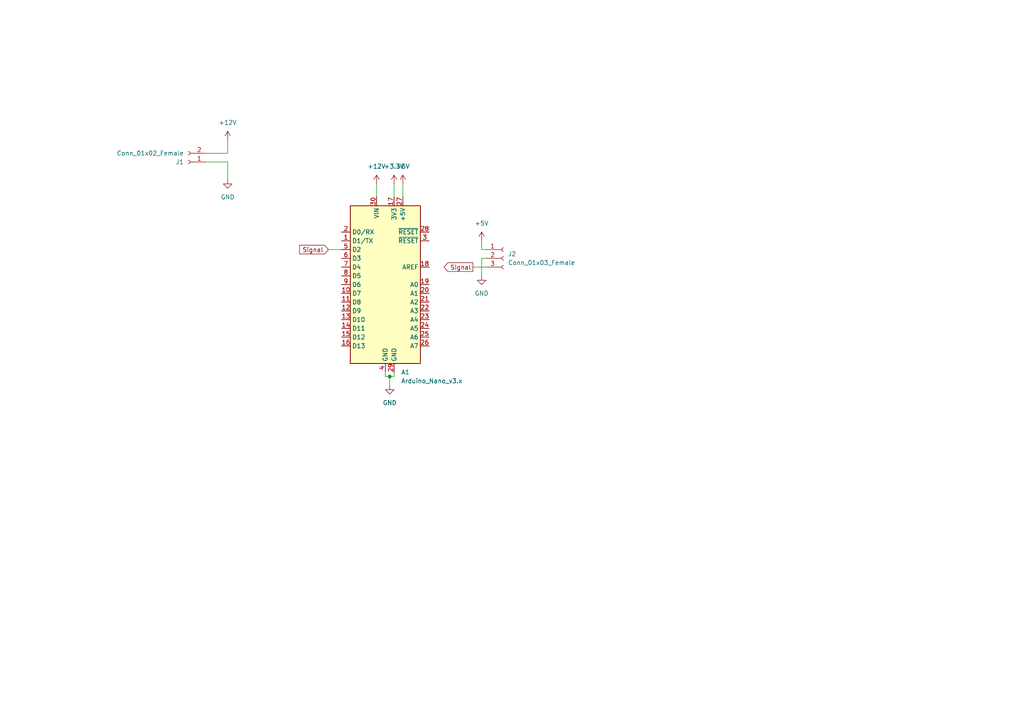
<source format=kicad_sch>
(kicad_sch (version 20211123) (generator eeschema)
  (paper "A4")
  (lib_symbols
    (symbol "Connector:Conn_01x02_Female" (pin_names (offset 1.016) hide)
      (property "Reference" "J" (at 0 2.54 0))
      (property "Value" "Conn_01x02_Female" (at 0 -5.08 0))
      (symbol "Conn_01x02_Female_1_1"
        (arc (start 0 -2.032) (mid -0.508 -2.54) (end 0 -3.048) (stroke (width 0.1524)))
        (polyline (pts (xy -1.27 -2.54) (xy -0.508 -2.54)) (stroke (width 0.1524)))
        (polyline (pts (xy -1.27 0) (xy -0.508 0)) (stroke (width 0.1524)))
        (arc (start 0 0.508) (mid -0.508 0) (end 0 -0.508) (stroke (width 0.1524)))
        (pin passive line (at -5.08 0 0) (length 3.81) (name "Pin_1") (number "1"))
        (pin passive line (at -5.08 -2.54 0) (length 3.81) (name "Pin_2") (number "2"))
      )
    )
    (symbol "Connector:Conn_01x03_Female" (pin_names (offset 1.016) hide)
      (property "Reference" "J" (at 0 5.08 0))
      (property "Value" "Conn_01x03_Female" (at 0 -5.08 0))
      (symbol "Conn_01x03_Female_1_1"
        (arc (start 0 -2.032) (mid -0.508 -2.54) (end 0 -3.048) (stroke (width 0.1524)))
        (polyline (pts (xy -1.27 -2.54) (xy -0.508 -2.54)) (stroke (width 0.1524)))
        (polyline (pts (xy -1.27 0) (xy -0.508 0)) (stroke (width 0.1524)))
        (polyline (pts (xy -1.27 2.54) (xy -0.508 2.54)) (stroke (width 0.1524)))
        (arc (start 0 0.508) (mid -0.508 0) (end 0 -0.508) (stroke (width 0.1524)))
        (arc (start 0 3.048) (mid -0.508 2.54) (end 0 2.032) (stroke (width 0.1524)))
        (pin passive line (at -5.08 2.54 0) (length 3.81) (name "Pin_1") (number "1"))
        (pin passive line (at -5.08 0 0) (length 3.81) (name "Pin_2") (number "2"))
        (pin passive line (at -5.08 -2.54 0) (length 3.81) (name "Pin_3") (number "3"))
      )
    )
    (symbol "MCU_Module:Arduino_Nano_v3.x"
      (property "Reference" "A" (at -10.16 23.495 0))
      (property "Value" "Arduino_Nano_v3.x" (at 5.08 -24.13 0))
      (symbol "Arduino_Nano_v3.x_0_1"
        (rectangle (start -10.16 22.86) (end 10.16 -22.86) (stroke (width 0.254)) (fill (type background)))
      )
      (symbol "Arduino_Nano_v3.x_1_1"
        (pin bidirectional line (at -12.7 12.7 0) (length 2.54) (name "D1/TX") (number "1"))
        (pin bidirectional line (at -12.7 -2.54 0) (length 2.54) (name "D7") (number "10"))
        (pin bidirectional line (at -12.7 -5.08 0) (length 2.54) (name "D8") (number "11"))
        (pin bidirectional line (at -12.7 -7.62 0) (length 2.54) (name "D9") (number "12"))
        (pin bidirectional line (at -12.7 -10.16 0) (length 2.54) (name "D10") (number "13"))
        (pin bidirectional line (at -12.7 -12.7 0) (length 2.54) (name "D11") (number "14"))
        (pin bidirectional line (at -12.7 -15.24 0) (length 2.54) (name "D12") (number "15"))
        (pin bidirectional line (at -12.7 -17.78 0) (length 2.54) (name "D13") (number "16"))
        (pin power_out line (at 2.54 25.4 270) (length 2.54) (name "3V3") (number "17"))
        (pin input line (at 12.7 5.08 180) (length 2.54) (name "AREF") (number "18"))
        (pin bidirectional line (at 12.7 0 180) (length 2.54) (name "A0") (number "19"))
        (pin bidirectional line (at -12.7 15.24 0) (length 2.54) (name "D0/RX") (number "2"))
        (pin bidirectional line (at 12.7 -2.54 180) (length 2.54) (name "A1") (number "20"))
        (pin bidirectional line (at 12.7 -5.08 180) (length 2.54) (name "A2") (number "21"))
        (pin bidirectional line (at 12.7 -7.62 180) (length 2.54) (name "A3") (number "22"))
        (pin bidirectional line (at 12.7 -10.16 180) (length 2.54) (name "A4") (number "23"))
        (pin bidirectional line (at 12.7 -12.7 180) (length 2.54) (name "A5") (number "24"))
        (pin bidirectional line (at 12.7 -15.24 180) (length 2.54) (name "A6") (number "25"))
        (pin bidirectional line (at 12.7 -17.78 180) (length 2.54) (name "A7") (number "26"))
        (pin power_out line (at 5.08 25.4 270) (length 2.54) (name "+5V") (number "27"))
        (pin input line (at 12.7 15.24 180) (length 2.54) (name "~{RESET}") (number "28"))
        (pin power_in line (at 2.54 -25.4 90) (length 2.54) (name "GND") (number "29"))
        (pin input line (at 12.7 12.7 180) (length 2.54) (name "~{RESET}") (number "3"))
        (pin power_in line (at -2.54 25.4 270) (length 2.54) (name "VIN") (number "30"))
        (pin power_in line (at 0 -25.4 90) (length 2.54) (name "GND") (number "4"))
        (pin bidirectional line (at -12.7 10.16 0) (length 2.54) (name "D2") (number "5"))
        (pin bidirectional line (at -12.7 7.62 0) (length 2.54) (name "D3") (number "6"))
        (pin bidirectional line (at -12.7 5.08 0) (length 2.54) (name "D4") (number "7"))
        (pin bidirectional line (at -12.7 2.54 0) (length 2.54) (name "D5") (number "8"))
        (pin bidirectional line (at -12.7 0 0) (length 2.54) (name "D6") (number "9"))
      )
    )
    (symbol "power:+12V" (power) (pin_names (offset 0))
      (property "Value" "+12V" (at 0 3.556 0))
      (symbol "+12V_0_1"
        (polyline (pts (xy -0.762 1.27) (xy 0 2.54)))
        (polyline (pts (xy 0 0) (xy 0 2.54)))
        (polyline (pts (xy 0 2.54) (xy 0.762 1.27)))
      )
      (symbol "+12V_1_1"
        (pin power_in line (at 0 0 90) (length 0) hide (name "+12V") (number "1"))
      )
    )
    (symbol "power:+3.3V" (power) (pin_names (offset 0))
      (property "Value" "+3.3V" (at 0 3.556 0))
      (symbol "+3.3V_0_1"
        (polyline (pts (xy -0.762 1.27) (xy 0 2.54)))
        (polyline (pts (xy 0 0) (xy 0 2.54)))
        (polyline (pts (xy 0 2.54) (xy 0.762 1.27)))
      )
      (symbol "+3.3V_1_1"
        (pin power_in line (at 0 0 90) (length 0) hide (name "+3.3V") (number "1"))
      )
    )
    (symbol "power:+5V" (power) (pin_names (offset 0))
      (property "Value" "+5V" (at 0 3.556 0))
      (symbol "+5V_0_1"
        (polyline (pts (xy -0.762 1.27) (xy 0 2.54)))
        (polyline (pts (xy 0 0) (xy 0 2.54)))
        (polyline (pts (xy 0 2.54) (xy 0.762 1.27)))
      )
      (symbol "+5V_1_1"
        (pin power_in line (at 0 0 90) (length 0) hide (name "+5V") (number "1"))
      )
    )
    (symbol "power:GND" (power) (pin_names (offset 0))
      (property "Value" "GND" (at 0 -3.81 0))
      (symbol "GND_0_1"
        (polyline (pts (xy 0 0) (xy 0 -1.27) (xy 1.27 -1.27) (xy 0 -2.54) (xy -1.27 -1.27) (xy 0 -1.27)))
      )
      (symbol "GND_1_1"
        (pin power_in line (at 0 0 270) (length 0) hide (name "GND") (number "1"))
      )
    )
  )
  (junction (at 113.03 109.22))
  (wire (pts (xy 111.76 109.22) (xy 113.03 109.22)))
  (wire (pts (xy 66.04 44.45) (xy 59.69 44.45)))
  (wire (pts (xy 137.16 77.47) (xy 140.97 77.47)))
  (wire (pts (xy 139.7 74.93) (xy 139.7 80.01)))
  (wire (pts (xy 109.22 53.34) (xy 109.22 57.15)))
  (wire (pts (xy 113.03 109.22) (xy 114.3 109.22)))
  (wire (pts (xy 139.7 69.85) (xy 139.7 72.39)))
  (wire (pts (xy 140.97 72.39) (xy 139.7 72.39)))
  (wire (pts (xy 114.3 53.34) (xy 114.3 57.15)))
  (wire (pts (xy 66.04 52.07) (xy 66.04 46.99)))
  (wire (pts (xy 140.97 74.93) (xy 139.7 74.93)))
  (wire (pts (xy 114.3 109.22) (xy 114.3 107.95)))
  (wire (pts (xy 66.04 46.99) (xy 59.69 46.99)))
  (wire (pts (xy 111.76 107.95) (xy 111.76 109.22)))
  (wire (pts (xy 113.03 109.22) (xy 113.03 111.76)))
  (wire (pts (xy 116.84 53.34) (xy 116.84 57.15)))
  (wire (pts (xy 66.04 40.64) (xy 66.04 44.45)))
  (wire (pts (xy 95.25 72.39) (xy 99.06 72.39)))
  (global_label "Signal" (shape output) (at 137.16 77.47 180) (property "Referenzen zwischen Schaltplänen" "${INTERSHEET_REFS}" (effects hide)))
  (global_label "Signal" (shape input) (at 95.25 72.39 180) (property "Referenzen zwischen Schaltplänen" "${INTERSHEET_REFS}" (effects hide)))
  (symbol (lib_id "power:+5V") (at 139.7 69.85 0) (unit 1)
    (property "Reference" "#PWR06" (effects hide))
    (property "Value" "+5V" (at 139.7 64.77 0))
  )
  (symbol (lib_id "Connector:Conn_01x03_Female") (at 146.05 74.93 0) (unit 1)
    (property "Reference" "J2" (at 147.32 73.6599 0) (effects (justify left)))
    (property "Value" "Conn_01x03_Female" (at 147.32 76.1999 0) (effects (justify left)))
    (property "Footprint" "Connector_PinHeader_2.54mm:PinHeader_1x03_P2.54mm_Vertical" (effects hide))
  )
  (symbol (lib_id "power:GND") (at 66.04 52.07 0) (unit 1)
    (property "Reference" "#PWR02" (effects hide))
    (property "Value" "GND" (at 66.04 57.15 0))
  )
  (symbol (lib_id "power:+5V") (at 116.84 53.34 0) (unit 1)
    (property "Reference" "#PWR05" (effects hide))
    (property "Value" "+5V" (at 116.84 48.26 0))
  )
  (symbol (lib_id "power:+3.3V") (at 114.3 53.34 0) (unit 1)
    (property "Reference" "#PWR04" (effects hide))
    (property "Value" "+3.3V" (at 114.3 48.26 0))
  )
  (symbol (lib_id "power:GND") (at 139.7 80.01 0) (unit 1)
    (property "Reference" "#PWR07" (effects hide))
    (property "Value" "GND" (at 139.7 85.09 0))
  )
  (symbol (lib_id "power:GND") (at 113.03 111.76 0) (unit 1)
    (property "Reference" "#PWR08" (effects hide))
    (property "Value" "GND" (at 113.03 116.84 0))
  )
  (symbol (lib_id "MCU_Module:Arduino_Nano_v3.x") (at 111.76 82.55 0) (unit 1)
    (property "Reference" "A1" (at 116.3194 107.95 0) (effects (justify left)))
    (property "Value" "Arduino_Nano_v3.x" (at 116.3194 110.49 0) (effects (justify left)))
    (property "Footprint" "Module:Arduino_Nano" (effects hide))
    (property "Datasheet" "http://www.mouser.com/pdfdocs/Gravitech_Arduino_Nano3_0.pdf" (effects hide))
  )
  (symbol (lib_id "power:+12V") (at 109.22 53.34 0) (unit 1)
    (property "Reference" "#PWR03" (effects hide))
    (property "Value" "+12V" (at 109.22 48.26 0))
  )
  (symbol (lib_id "Connector:Conn_01x02_Female") (at 54.61 46.99 180) (unit 1)
    (property "Reference" "J1" (at 53.34 46.9901 0) (effects (justify left)))
    (property "Value" "Conn_01x02_Female" (at 53.34 44.4501 0) (effects (justify left)))
    (property "Footprint" "Versorgung:Typ1" (effects hide))
  )
  (symbol (lib_id "power:+12V") (at 66.04 40.64 0) (unit 1)
    (property "Reference" "#PWR01" (effects hide))
    (property "Value" "+12V" (at 66.04 35.56 0))
  )
)
</source>
